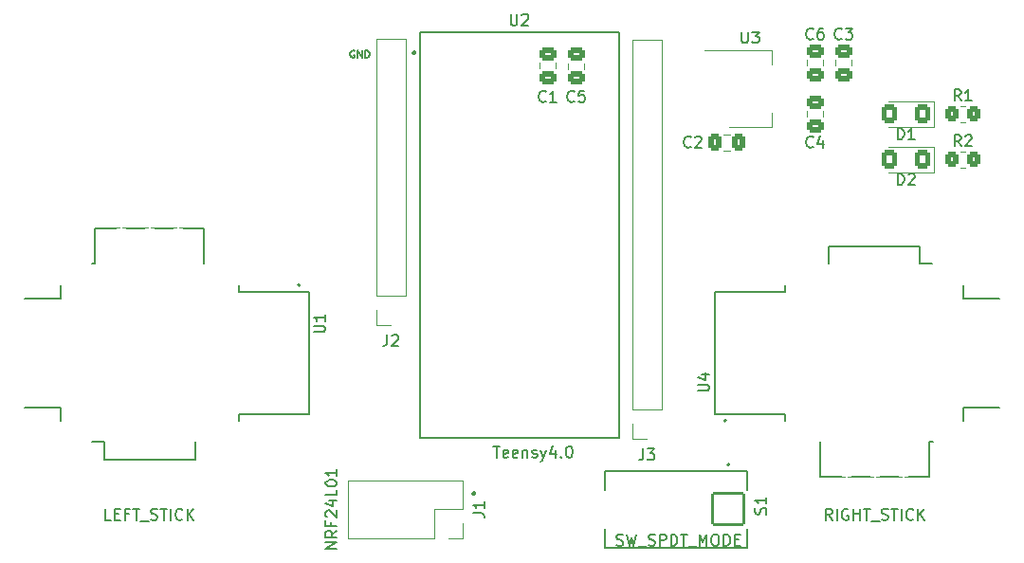
<source format=gbr>
%TF.GenerationSoftware,KiCad,Pcbnew,(6.0.2)*%
%TF.CreationDate,2024-05-20T16:03:30-05:00*%
%TF.ProjectId,Motorized-Commutator-Tx-PCB,4d6f746f-7269-47a6-9564-2d436f6d6d75,rev?*%
%TF.SameCoordinates,Original*%
%TF.FileFunction,Legend,Top*%
%TF.FilePolarity,Positive*%
%FSLAX46Y46*%
G04 Gerber Fmt 4.6, Leading zero omitted, Abs format (unit mm)*
G04 Created by KiCad (PCBNEW (6.0.2)) date 2024-05-20 16:03:30*
%MOMM*%
%LPD*%
G01*
G04 APERTURE LIST*
G04 Aperture macros list*
%AMRoundRect*
0 Rectangle with rounded corners*
0 $1 Rounding radius*
0 $2 $3 $4 $5 $6 $7 $8 $9 X,Y pos of 4 corners*
0 Add a 4 corners polygon primitive as box body*
4,1,4,$2,$3,$4,$5,$6,$7,$8,$9,$2,$3,0*
0 Add four circle primitives for the rounded corners*
1,1,$1+$1,$2,$3*
1,1,$1+$1,$4,$5*
1,1,$1+$1,$6,$7*
1,1,$1+$1,$8,$9*
0 Add four rect primitives between the rounded corners*
20,1,$1+$1,$2,$3,$4,$5,0*
20,1,$1+$1,$4,$5,$6,$7,0*
20,1,$1+$1,$6,$7,$8,$9,0*
20,1,$1+$1,$8,$9,$2,$3,0*%
G04 Aperture macros list end*
%ADD10C,0.375000*%
%ADD11C,0.150000*%
%ADD12C,0.120000*%
%ADD13C,0.127000*%
%ADD14C,0.200000*%
%ADD15R,1.700000X1.700000*%
%ADD16O,1.700000X1.700000*%
%ADD17C,1.982000*%
%ADD18C,2.490000*%
%ADD19RoundRect,0.102000X-1.387500X1.387500X-1.387500X-1.387500X1.387500X-1.387500X1.387500X1.387500X0*%
%ADD20C,2.979000*%
%ADD21RoundRect,0.250001X0.462499X0.624999X-0.462499X0.624999X-0.462499X-0.624999X0.462499X-0.624999X0*%
%ADD22R,2.000000X1.500000*%
%ADD23R,2.000000X3.800000*%
%ADD24RoundRect,0.250000X-0.337500X-0.475000X0.337500X-0.475000X0.337500X0.475000X-0.337500X0.475000X0*%
%ADD25RoundRect,0.250000X0.475000X-0.337500X0.475000X0.337500X-0.475000X0.337500X-0.475000X-0.337500X0*%
%ADD26RoundRect,0.250000X-0.475000X0.337500X-0.475000X-0.337500X0.475000X-0.337500X0.475000X0.337500X0*%
%ADD27C,1.530000*%
%ADD28RoundRect,0.250000X-0.350000X-0.450000X0.350000X-0.450000X0.350000X0.450000X-0.350000X0.450000X0*%
G04 APERTURE END LIST*
D10*
X122936000Y-144553714D02*
X123007428Y-144625142D01*
X122936000Y-144696571D01*
X122864571Y-144625142D01*
X122936000Y-144553714D01*
X122936000Y-144696571D01*
X117602000Y-105183714D02*
X117673428Y-105255142D01*
X117602000Y-105326571D01*
X117530571Y-105255142D01*
X117602000Y-105183714D01*
X117602000Y-105326571D01*
D11*
%TO.C,J3*%
X138071666Y-140642380D02*
X138071666Y-141356666D01*
X138024047Y-141499523D01*
X137928809Y-141594761D01*
X137785952Y-141642380D01*
X137690714Y-141642380D01*
X138452619Y-140642380D02*
X139071666Y-140642380D01*
X138738333Y-141023333D01*
X138881190Y-141023333D01*
X138976428Y-141070952D01*
X139024047Y-141118571D01*
X139071666Y-141213809D01*
X139071666Y-141451904D01*
X139024047Y-141547142D01*
X138976428Y-141594761D01*
X138881190Y-141642380D01*
X138595476Y-141642380D01*
X138500238Y-141594761D01*
X138452619Y-141547142D01*
%TO.C,U1*%
X108667380Y-130216904D02*
X109476904Y-130216904D01*
X109572142Y-130169285D01*
X109619761Y-130121666D01*
X109667380Y-130026428D01*
X109667380Y-129835952D01*
X109619761Y-129740714D01*
X109572142Y-129693095D01*
X109476904Y-129645476D01*
X108667380Y-129645476D01*
X109667380Y-128645476D02*
X109667380Y-129216904D01*
X109667380Y-128931190D02*
X108667380Y-128931190D01*
X108810238Y-129026428D01*
X108905476Y-129121666D01*
X108953095Y-129216904D01*
X90551428Y-147010380D02*
X90075238Y-147010380D01*
X90075238Y-146010380D01*
X90884761Y-146486571D02*
X91218095Y-146486571D01*
X91360952Y-147010380D02*
X90884761Y-147010380D01*
X90884761Y-146010380D01*
X91360952Y-146010380D01*
X92122857Y-146486571D02*
X91789523Y-146486571D01*
X91789523Y-147010380D02*
X91789523Y-146010380D01*
X92265714Y-146010380D01*
X92503809Y-146010380D02*
X93075238Y-146010380D01*
X92789523Y-147010380D02*
X92789523Y-146010380D01*
X93170476Y-147105619D02*
X93932380Y-147105619D01*
X94122857Y-146962761D02*
X94265714Y-147010380D01*
X94503809Y-147010380D01*
X94599047Y-146962761D01*
X94646666Y-146915142D01*
X94694285Y-146819904D01*
X94694285Y-146724666D01*
X94646666Y-146629428D01*
X94599047Y-146581809D01*
X94503809Y-146534190D01*
X94313333Y-146486571D01*
X94218095Y-146438952D01*
X94170476Y-146391333D01*
X94122857Y-146296095D01*
X94122857Y-146200857D01*
X94170476Y-146105619D01*
X94218095Y-146058000D01*
X94313333Y-146010380D01*
X94551428Y-146010380D01*
X94694285Y-146058000D01*
X94980000Y-146010380D02*
X95551428Y-146010380D01*
X95265714Y-147010380D02*
X95265714Y-146010380D01*
X95884761Y-147010380D02*
X95884761Y-146010380D01*
X96932380Y-146915142D02*
X96884761Y-146962761D01*
X96741904Y-147010380D01*
X96646666Y-147010380D01*
X96503809Y-146962761D01*
X96408571Y-146867523D01*
X96360952Y-146772285D01*
X96313333Y-146581809D01*
X96313333Y-146438952D01*
X96360952Y-146248476D01*
X96408571Y-146153238D01*
X96503809Y-146058000D01*
X96646666Y-146010380D01*
X96741904Y-146010380D01*
X96884761Y-146058000D01*
X96932380Y-146105619D01*
X97360952Y-147010380D02*
X97360952Y-146010380D01*
X97932380Y-147010380D02*
X97503809Y-146438952D01*
X97932380Y-146010380D02*
X97360952Y-146581809D01*
%TO.C,S1*%
X149009761Y-146486904D02*
X149057380Y-146344047D01*
X149057380Y-146105952D01*
X149009761Y-146010714D01*
X148962142Y-145963095D01*
X148866904Y-145915476D01*
X148771666Y-145915476D01*
X148676428Y-145963095D01*
X148628809Y-146010714D01*
X148581190Y-146105952D01*
X148533571Y-146296428D01*
X148485952Y-146391666D01*
X148438333Y-146439285D01*
X148343095Y-146486904D01*
X148247857Y-146486904D01*
X148152619Y-146439285D01*
X148105000Y-146391666D01*
X148057380Y-146296428D01*
X148057380Y-146058333D01*
X148105000Y-145915476D01*
X149057380Y-144963095D02*
X149057380Y-145534523D01*
X149057380Y-145248809D02*
X148057380Y-145248809D01*
X148200238Y-145344047D01*
X148295476Y-145439285D01*
X148343095Y-145534523D01*
X135700190Y-149248761D02*
X135843047Y-149296380D01*
X136081142Y-149296380D01*
X136176380Y-149248761D01*
X136224000Y-149201142D01*
X136271619Y-149105904D01*
X136271619Y-149010666D01*
X136224000Y-148915428D01*
X136176380Y-148867809D01*
X136081142Y-148820190D01*
X135890666Y-148772571D01*
X135795428Y-148724952D01*
X135747809Y-148677333D01*
X135700190Y-148582095D01*
X135700190Y-148486857D01*
X135747809Y-148391619D01*
X135795428Y-148344000D01*
X135890666Y-148296380D01*
X136128761Y-148296380D01*
X136271619Y-148344000D01*
X136604952Y-148296380D02*
X136843047Y-149296380D01*
X137033523Y-148582095D01*
X137224000Y-149296380D01*
X137462095Y-148296380D01*
X137604952Y-149391619D02*
X138366857Y-149391619D01*
X138557333Y-149248761D02*
X138700190Y-149296380D01*
X138938285Y-149296380D01*
X139033523Y-149248761D01*
X139081142Y-149201142D01*
X139128761Y-149105904D01*
X139128761Y-149010666D01*
X139081142Y-148915428D01*
X139033523Y-148867809D01*
X138938285Y-148820190D01*
X138747809Y-148772571D01*
X138652571Y-148724952D01*
X138604952Y-148677333D01*
X138557333Y-148582095D01*
X138557333Y-148486857D01*
X138604952Y-148391619D01*
X138652571Y-148344000D01*
X138747809Y-148296380D01*
X138985904Y-148296380D01*
X139128761Y-148344000D01*
X139557333Y-149296380D02*
X139557333Y-148296380D01*
X139938285Y-148296380D01*
X140033523Y-148344000D01*
X140081142Y-148391619D01*
X140128761Y-148486857D01*
X140128761Y-148629714D01*
X140081142Y-148724952D01*
X140033523Y-148772571D01*
X139938285Y-148820190D01*
X139557333Y-148820190D01*
X140557333Y-149296380D02*
X140557333Y-148296380D01*
X140795428Y-148296380D01*
X140938285Y-148344000D01*
X141033523Y-148439238D01*
X141081142Y-148534476D01*
X141128761Y-148724952D01*
X141128761Y-148867809D01*
X141081142Y-149058285D01*
X141033523Y-149153523D01*
X140938285Y-149248761D01*
X140795428Y-149296380D01*
X140557333Y-149296380D01*
X141414476Y-148296380D02*
X141985904Y-148296380D01*
X141700190Y-149296380D02*
X141700190Y-148296380D01*
X142081142Y-149391619D02*
X142843047Y-149391619D01*
X143081142Y-149296380D02*
X143081142Y-148296380D01*
X143414476Y-149010666D01*
X143747809Y-148296380D01*
X143747809Y-149296380D01*
X144414476Y-148296380D02*
X144604952Y-148296380D01*
X144700190Y-148344000D01*
X144795428Y-148439238D01*
X144843047Y-148629714D01*
X144843047Y-148963047D01*
X144795428Y-149153523D01*
X144700190Y-149248761D01*
X144604952Y-149296380D01*
X144414476Y-149296380D01*
X144319238Y-149248761D01*
X144224000Y-149153523D01*
X144176380Y-148963047D01*
X144176380Y-148629714D01*
X144224000Y-148439238D01*
X144319238Y-148344000D01*
X144414476Y-148296380D01*
X145271619Y-149296380D02*
X145271619Y-148296380D01*
X145509714Y-148296380D01*
X145652571Y-148344000D01*
X145747809Y-148439238D01*
X145795428Y-148534476D01*
X145843047Y-148724952D01*
X145843047Y-148867809D01*
X145795428Y-149058285D01*
X145747809Y-149153523D01*
X145652571Y-149248761D01*
X145509714Y-149296380D01*
X145271619Y-149296380D01*
X146271619Y-148772571D02*
X146604952Y-148772571D01*
X146747809Y-149296380D02*
X146271619Y-149296380D01*
X146271619Y-148296380D01*
X146747809Y-148296380D01*
%TO.C,D1*%
X160805904Y-113016380D02*
X160805904Y-112016380D01*
X161044000Y-112016380D01*
X161186857Y-112064000D01*
X161282095Y-112159238D01*
X161329714Y-112254476D01*
X161377333Y-112444952D01*
X161377333Y-112587809D01*
X161329714Y-112778285D01*
X161282095Y-112873523D01*
X161186857Y-112968761D01*
X161044000Y-113016380D01*
X160805904Y-113016380D01*
X162329714Y-113016380D02*
X161758285Y-113016380D01*
X162044000Y-113016380D02*
X162044000Y-112016380D01*
X161948761Y-112159238D01*
X161853523Y-112254476D01*
X161758285Y-112302095D01*
%TO.C,U3*%
X146848095Y-103402380D02*
X146848095Y-104211904D01*
X146895714Y-104307142D01*
X146943333Y-104354761D01*
X147038571Y-104402380D01*
X147229047Y-104402380D01*
X147324285Y-104354761D01*
X147371904Y-104307142D01*
X147419523Y-104211904D01*
X147419523Y-103402380D01*
X147800476Y-103402380D02*
X148419523Y-103402380D01*
X148086190Y-103783333D01*
X148229047Y-103783333D01*
X148324285Y-103830952D01*
X148371904Y-103878571D01*
X148419523Y-103973809D01*
X148419523Y-104211904D01*
X148371904Y-104307142D01*
X148324285Y-104354761D01*
X148229047Y-104402380D01*
X147943333Y-104402380D01*
X147848095Y-104354761D01*
X147800476Y-104307142D01*
%TO.C,C2*%
X142327333Y-113641142D02*
X142279714Y-113688761D01*
X142136857Y-113736380D01*
X142041619Y-113736380D01*
X141898761Y-113688761D01*
X141803523Y-113593523D01*
X141755904Y-113498285D01*
X141708285Y-113307809D01*
X141708285Y-113164952D01*
X141755904Y-112974476D01*
X141803523Y-112879238D01*
X141898761Y-112784000D01*
X142041619Y-112736380D01*
X142136857Y-112736380D01*
X142279714Y-112784000D01*
X142327333Y-112831619D01*
X142708285Y-112831619D02*
X142755904Y-112784000D01*
X142851142Y-112736380D01*
X143089238Y-112736380D01*
X143184476Y-112784000D01*
X143232095Y-112831619D01*
X143279714Y-112926857D01*
X143279714Y-113022095D01*
X143232095Y-113164952D01*
X142660666Y-113736380D01*
X143279714Y-113736380D01*
%TO.C,J1*%
X122872380Y-146383333D02*
X123586666Y-146383333D01*
X123729523Y-146430952D01*
X123824761Y-146526190D01*
X123872380Y-146669047D01*
X123872380Y-146764285D01*
X123872380Y-145383333D02*
X123872380Y-145954761D01*
X123872380Y-145669047D02*
X122872380Y-145669047D01*
X123015238Y-145764285D01*
X123110476Y-145859523D01*
X123158095Y-145954761D01*
X110712380Y-149573809D02*
X109712380Y-149573809D01*
X110712380Y-149002380D01*
X109712380Y-149002380D01*
X110712380Y-147954761D02*
X110236190Y-148288095D01*
X110712380Y-148526190D02*
X109712380Y-148526190D01*
X109712380Y-148145238D01*
X109760000Y-148050000D01*
X109807619Y-148002380D01*
X109902857Y-147954761D01*
X110045714Y-147954761D01*
X110140952Y-148002380D01*
X110188571Y-148050000D01*
X110236190Y-148145238D01*
X110236190Y-148526190D01*
X110188571Y-147192857D02*
X110188571Y-147526190D01*
X110712380Y-147526190D02*
X109712380Y-147526190D01*
X109712380Y-147050000D01*
X109807619Y-146716666D02*
X109760000Y-146669047D01*
X109712380Y-146573809D01*
X109712380Y-146335714D01*
X109760000Y-146240476D01*
X109807619Y-146192857D01*
X109902857Y-146145238D01*
X109998095Y-146145238D01*
X110140952Y-146192857D01*
X110712380Y-146764285D01*
X110712380Y-146145238D01*
X110045714Y-145288095D02*
X110712380Y-145288095D01*
X109664761Y-145526190D02*
X110379047Y-145764285D01*
X110379047Y-145145238D01*
X110712380Y-144288095D02*
X110712380Y-144764285D01*
X109712380Y-144764285D01*
X109712380Y-143764285D02*
X109712380Y-143669047D01*
X109760000Y-143573809D01*
X109807619Y-143526190D01*
X109902857Y-143478571D01*
X110093333Y-143430952D01*
X110331428Y-143430952D01*
X110521904Y-143478571D01*
X110617142Y-143526190D01*
X110664761Y-143573809D01*
X110712380Y-143669047D01*
X110712380Y-143764285D01*
X110664761Y-143859523D01*
X110617142Y-143907142D01*
X110521904Y-143954761D01*
X110331428Y-144002380D01*
X110093333Y-144002380D01*
X109902857Y-143954761D01*
X109807619Y-143907142D01*
X109760000Y-143859523D01*
X109712380Y-143764285D01*
X110712380Y-142478571D02*
X110712380Y-143050000D01*
X110712380Y-142764285D02*
X109712380Y-142764285D01*
X109855238Y-142859523D01*
X109950476Y-142954761D01*
X109998095Y-143050000D01*
%TO.C,C6*%
X153249333Y-103989142D02*
X153201714Y-104036761D01*
X153058857Y-104084380D01*
X152963619Y-104084380D01*
X152820761Y-104036761D01*
X152725523Y-103941523D01*
X152677904Y-103846285D01*
X152630285Y-103655809D01*
X152630285Y-103512952D01*
X152677904Y-103322476D01*
X152725523Y-103227238D01*
X152820761Y-103132000D01*
X152963619Y-103084380D01*
X153058857Y-103084380D01*
X153201714Y-103132000D01*
X153249333Y-103179619D01*
X154106476Y-103084380D02*
X153916000Y-103084380D01*
X153820761Y-103132000D01*
X153773142Y-103179619D01*
X153677904Y-103322476D01*
X153630285Y-103512952D01*
X153630285Y-103893904D01*
X153677904Y-103989142D01*
X153725523Y-104036761D01*
X153820761Y-104084380D01*
X154011238Y-104084380D01*
X154106476Y-104036761D01*
X154154095Y-103989142D01*
X154201714Y-103893904D01*
X154201714Y-103655809D01*
X154154095Y-103560571D01*
X154106476Y-103512952D01*
X154011238Y-103465333D01*
X153820761Y-103465333D01*
X153725523Y-103512952D01*
X153677904Y-103560571D01*
X153630285Y-103655809D01*
%TO.C,C4*%
X153249333Y-113641142D02*
X153201714Y-113688761D01*
X153058857Y-113736380D01*
X152963619Y-113736380D01*
X152820761Y-113688761D01*
X152725523Y-113593523D01*
X152677904Y-113498285D01*
X152630285Y-113307809D01*
X152630285Y-113164952D01*
X152677904Y-112974476D01*
X152725523Y-112879238D01*
X152820761Y-112784000D01*
X152963619Y-112736380D01*
X153058857Y-112736380D01*
X153201714Y-112784000D01*
X153249333Y-112831619D01*
X154106476Y-113069714D02*
X154106476Y-113736380D01*
X153868380Y-112688761D02*
X153630285Y-113403047D01*
X154249333Y-113403047D01*
%TO.C,D2*%
X160805904Y-117080380D02*
X160805904Y-116080380D01*
X161044000Y-116080380D01*
X161186857Y-116128000D01*
X161282095Y-116223238D01*
X161329714Y-116318476D01*
X161377333Y-116508952D01*
X161377333Y-116651809D01*
X161329714Y-116842285D01*
X161282095Y-116937523D01*
X161186857Y-117032761D01*
X161044000Y-117080380D01*
X160805904Y-117080380D01*
X161758285Y-116175619D02*
X161805904Y-116128000D01*
X161901142Y-116080380D01*
X162139238Y-116080380D01*
X162234476Y-116128000D01*
X162282095Y-116175619D01*
X162329714Y-116270857D01*
X162329714Y-116366095D01*
X162282095Y-116508952D01*
X161710666Y-117080380D01*
X162329714Y-117080380D01*
%TO.C,C1*%
X129373333Y-109577142D02*
X129325714Y-109624761D01*
X129182857Y-109672380D01*
X129087619Y-109672380D01*
X128944761Y-109624761D01*
X128849523Y-109529523D01*
X128801904Y-109434285D01*
X128754285Y-109243809D01*
X128754285Y-109100952D01*
X128801904Y-108910476D01*
X128849523Y-108815238D01*
X128944761Y-108720000D01*
X129087619Y-108672380D01*
X129182857Y-108672380D01*
X129325714Y-108720000D01*
X129373333Y-108767619D01*
X130325714Y-109672380D02*
X129754285Y-109672380D01*
X130040000Y-109672380D02*
X130040000Y-108672380D01*
X129944761Y-108815238D01*
X129849523Y-108910476D01*
X129754285Y-108958095D01*
%TO.C,J2*%
X115211666Y-130462380D02*
X115211666Y-131176666D01*
X115164047Y-131319523D01*
X115068809Y-131414761D01*
X114925952Y-131462380D01*
X114830714Y-131462380D01*
X115640238Y-130557619D02*
X115687857Y-130510000D01*
X115783095Y-130462380D01*
X116021190Y-130462380D01*
X116116428Y-130510000D01*
X116164047Y-130557619D01*
X116211666Y-130652857D01*
X116211666Y-130748095D01*
X116164047Y-130890952D01*
X115592619Y-131462380D01*
X116211666Y-131462380D01*
%TO.C,U2*%
X126238095Y-101814380D02*
X126238095Y-102623904D01*
X126285714Y-102719142D01*
X126333333Y-102766761D01*
X126428571Y-102814380D01*
X126619047Y-102814380D01*
X126714285Y-102766761D01*
X126761904Y-102719142D01*
X126809523Y-102623904D01*
X126809523Y-101814380D01*
X127238095Y-101909619D02*
X127285714Y-101862000D01*
X127380952Y-101814380D01*
X127619047Y-101814380D01*
X127714285Y-101862000D01*
X127761904Y-101909619D01*
X127809523Y-102004857D01*
X127809523Y-102100095D01*
X127761904Y-102242952D01*
X127190476Y-102814380D01*
X127809523Y-102814380D01*
X124698571Y-140422380D02*
X125270000Y-140422380D01*
X124984285Y-141422380D02*
X124984285Y-140422380D01*
X125984285Y-141374761D02*
X125889047Y-141422380D01*
X125698571Y-141422380D01*
X125603333Y-141374761D01*
X125555714Y-141279523D01*
X125555714Y-140898571D01*
X125603333Y-140803333D01*
X125698571Y-140755714D01*
X125889047Y-140755714D01*
X125984285Y-140803333D01*
X126031904Y-140898571D01*
X126031904Y-140993809D01*
X125555714Y-141089047D01*
X126841428Y-141374761D02*
X126746190Y-141422380D01*
X126555714Y-141422380D01*
X126460476Y-141374761D01*
X126412857Y-141279523D01*
X126412857Y-140898571D01*
X126460476Y-140803333D01*
X126555714Y-140755714D01*
X126746190Y-140755714D01*
X126841428Y-140803333D01*
X126889047Y-140898571D01*
X126889047Y-140993809D01*
X126412857Y-141089047D01*
X127317619Y-140755714D02*
X127317619Y-141422380D01*
X127317619Y-140850952D02*
X127365238Y-140803333D01*
X127460476Y-140755714D01*
X127603333Y-140755714D01*
X127698571Y-140803333D01*
X127746190Y-140898571D01*
X127746190Y-141422380D01*
X128174761Y-141374761D02*
X128270000Y-141422380D01*
X128460476Y-141422380D01*
X128555714Y-141374761D01*
X128603333Y-141279523D01*
X128603333Y-141231904D01*
X128555714Y-141136666D01*
X128460476Y-141089047D01*
X128317619Y-141089047D01*
X128222380Y-141041428D01*
X128174761Y-140946190D01*
X128174761Y-140898571D01*
X128222380Y-140803333D01*
X128317619Y-140755714D01*
X128460476Y-140755714D01*
X128555714Y-140803333D01*
X128936666Y-140755714D02*
X129174761Y-141422380D01*
X129412857Y-140755714D02*
X129174761Y-141422380D01*
X129079523Y-141660476D01*
X129031904Y-141708095D01*
X128936666Y-141755714D01*
X130222380Y-140755714D02*
X130222380Y-141422380D01*
X129984285Y-140374761D02*
X129746190Y-141089047D01*
X130365238Y-141089047D01*
X130746190Y-141327142D02*
X130793809Y-141374761D01*
X130746190Y-141422380D01*
X130698571Y-141374761D01*
X130746190Y-141327142D01*
X130746190Y-141422380D01*
X131412857Y-140422380D02*
X131508095Y-140422380D01*
X131603333Y-140470000D01*
X131650952Y-140517619D01*
X131698571Y-140612857D01*
X131746190Y-140803333D01*
X131746190Y-141041428D01*
X131698571Y-141231904D01*
X131650952Y-141327142D01*
X131603333Y-141374761D01*
X131508095Y-141422380D01*
X131412857Y-141422380D01*
X131317619Y-141374761D01*
X131270000Y-141327142D01*
X131222380Y-141231904D01*
X131174761Y-141041428D01*
X131174761Y-140803333D01*
X131222380Y-140612857D01*
X131270000Y-140517619D01*
X131317619Y-140470000D01*
X131412857Y-140422380D01*
X112288380Y-105090000D02*
X112227428Y-105059523D01*
X112136000Y-105059523D01*
X112044571Y-105090000D01*
X111983619Y-105150952D01*
X111953142Y-105211904D01*
X111922666Y-105333809D01*
X111922666Y-105425238D01*
X111953142Y-105547142D01*
X111983619Y-105608095D01*
X112044571Y-105669047D01*
X112136000Y-105699523D01*
X112196952Y-105699523D01*
X112288380Y-105669047D01*
X112318857Y-105638571D01*
X112318857Y-105425238D01*
X112196952Y-105425238D01*
X112593142Y-105699523D02*
X112593142Y-105059523D01*
X112958857Y-105699523D01*
X112958857Y-105059523D01*
X113263619Y-105699523D02*
X113263619Y-105059523D01*
X113416000Y-105059523D01*
X113507428Y-105090000D01*
X113568380Y-105150952D01*
X113598857Y-105211904D01*
X113629333Y-105333809D01*
X113629333Y-105425238D01*
X113598857Y-105547142D01*
X113568380Y-105608095D01*
X113507428Y-105669047D01*
X113416000Y-105699523D01*
X113263619Y-105699523D01*
%TO.C,C3*%
X155789333Y-103989142D02*
X155741714Y-104036761D01*
X155598857Y-104084380D01*
X155503619Y-104084380D01*
X155360761Y-104036761D01*
X155265523Y-103941523D01*
X155217904Y-103846285D01*
X155170285Y-103655809D01*
X155170285Y-103512952D01*
X155217904Y-103322476D01*
X155265523Y-103227238D01*
X155360761Y-103132000D01*
X155503619Y-103084380D01*
X155598857Y-103084380D01*
X155741714Y-103132000D01*
X155789333Y-103179619D01*
X156122666Y-103084380D02*
X156741714Y-103084380D01*
X156408380Y-103465333D01*
X156551238Y-103465333D01*
X156646476Y-103512952D01*
X156694095Y-103560571D01*
X156741714Y-103655809D01*
X156741714Y-103893904D01*
X156694095Y-103989142D01*
X156646476Y-104036761D01*
X156551238Y-104084380D01*
X156265523Y-104084380D01*
X156170285Y-104036761D01*
X156122666Y-103989142D01*
%TO.C,U4*%
X142967380Y-135466904D02*
X143776904Y-135466904D01*
X143872142Y-135419285D01*
X143919761Y-135371666D01*
X143967380Y-135276428D01*
X143967380Y-135085952D01*
X143919761Y-134990714D01*
X143872142Y-134943095D01*
X143776904Y-134895476D01*
X142967380Y-134895476D01*
X143300714Y-133990714D02*
X143967380Y-133990714D01*
X142919761Y-134228809D02*
X143634047Y-134466904D01*
X143634047Y-133847857D01*
X154940476Y-147010380D02*
X154607142Y-146534190D01*
X154369047Y-147010380D02*
X154369047Y-146010380D01*
X154750000Y-146010380D01*
X154845238Y-146058000D01*
X154892857Y-146105619D01*
X154940476Y-146200857D01*
X154940476Y-146343714D01*
X154892857Y-146438952D01*
X154845238Y-146486571D01*
X154750000Y-146534190D01*
X154369047Y-146534190D01*
X155369047Y-147010380D02*
X155369047Y-146010380D01*
X156369047Y-146058000D02*
X156273809Y-146010380D01*
X156130952Y-146010380D01*
X155988095Y-146058000D01*
X155892857Y-146153238D01*
X155845238Y-146248476D01*
X155797619Y-146438952D01*
X155797619Y-146581809D01*
X155845238Y-146772285D01*
X155892857Y-146867523D01*
X155988095Y-146962761D01*
X156130952Y-147010380D01*
X156226190Y-147010380D01*
X156369047Y-146962761D01*
X156416666Y-146915142D01*
X156416666Y-146581809D01*
X156226190Y-146581809D01*
X156845238Y-147010380D02*
X156845238Y-146010380D01*
X156845238Y-146486571D02*
X157416666Y-146486571D01*
X157416666Y-147010380D02*
X157416666Y-146010380D01*
X157750000Y-146010380D02*
X158321428Y-146010380D01*
X158035714Y-147010380D02*
X158035714Y-146010380D01*
X158416666Y-147105619D02*
X159178571Y-147105619D01*
X159369047Y-146962761D02*
X159511904Y-147010380D01*
X159750000Y-147010380D01*
X159845238Y-146962761D01*
X159892857Y-146915142D01*
X159940476Y-146819904D01*
X159940476Y-146724666D01*
X159892857Y-146629428D01*
X159845238Y-146581809D01*
X159750000Y-146534190D01*
X159559523Y-146486571D01*
X159464285Y-146438952D01*
X159416666Y-146391333D01*
X159369047Y-146296095D01*
X159369047Y-146200857D01*
X159416666Y-146105619D01*
X159464285Y-146058000D01*
X159559523Y-146010380D01*
X159797619Y-146010380D01*
X159940476Y-146058000D01*
X160226190Y-146010380D02*
X160797619Y-146010380D01*
X160511904Y-147010380D02*
X160511904Y-146010380D01*
X161130952Y-147010380D02*
X161130952Y-146010380D01*
X162178571Y-146915142D02*
X162130952Y-146962761D01*
X161988095Y-147010380D01*
X161892857Y-147010380D01*
X161750000Y-146962761D01*
X161654761Y-146867523D01*
X161607142Y-146772285D01*
X161559523Y-146581809D01*
X161559523Y-146438952D01*
X161607142Y-146248476D01*
X161654761Y-146153238D01*
X161750000Y-146058000D01*
X161892857Y-146010380D01*
X161988095Y-146010380D01*
X162130952Y-146058000D01*
X162178571Y-146105619D01*
X162607142Y-147010380D02*
X162607142Y-146010380D01*
X163178571Y-147010380D02*
X162750000Y-146438952D01*
X163178571Y-146010380D02*
X162607142Y-146581809D01*
%TO.C,R2*%
X166457333Y-113610380D02*
X166124000Y-113134190D01*
X165885904Y-113610380D02*
X165885904Y-112610380D01*
X166266857Y-112610380D01*
X166362095Y-112658000D01*
X166409714Y-112705619D01*
X166457333Y-112800857D01*
X166457333Y-112943714D01*
X166409714Y-113038952D01*
X166362095Y-113086571D01*
X166266857Y-113134190D01*
X165885904Y-113134190D01*
X166838285Y-112705619D02*
X166885904Y-112658000D01*
X166981142Y-112610380D01*
X167219238Y-112610380D01*
X167314476Y-112658000D01*
X167362095Y-112705619D01*
X167409714Y-112800857D01*
X167409714Y-112896095D01*
X167362095Y-113038952D01*
X166790666Y-113610380D01*
X167409714Y-113610380D01*
%TO.C,R1*%
X166457333Y-109546380D02*
X166124000Y-109070190D01*
X165885904Y-109546380D02*
X165885904Y-108546380D01*
X166266857Y-108546380D01*
X166362095Y-108594000D01*
X166409714Y-108641619D01*
X166457333Y-108736857D01*
X166457333Y-108879714D01*
X166409714Y-108974952D01*
X166362095Y-109022571D01*
X166266857Y-109070190D01*
X165885904Y-109070190D01*
X167409714Y-109546380D02*
X166838285Y-109546380D01*
X167124000Y-109546380D02*
X167124000Y-108546380D01*
X167028761Y-108689238D01*
X166933523Y-108784476D01*
X166838285Y-108832095D01*
%TO.C,C5*%
X131913333Y-109577142D02*
X131865714Y-109624761D01*
X131722857Y-109672380D01*
X131627619Y-109672380D01*
X131484761Y-109624761D01*
X131389523Y-109529523D01*
X131341904Y-109434285D01*
X131294285Y-109243809D01*
X131294285Y-109100952D01*
X131341904Y-108910476D01*
X131389523Y-108815238D01*
X131484761Y-108720000D01*
X131627619Y-108672380D01*
X131722857Y-108672380D01*
X131865714Y-108720000D01*
X131913333Y-108767619D01*
X132818095Y-108672380D02*
X132341904Y-108672380D01*
X132294285Y-109148571D01*
X132341904Y-109100952D01*
X132437142Y-109053333D01*
X132675238Y-109053333D01*
X132770476Y-109100952D01*
X132818095Y-109148571D01*
X132865714Y-109243809D01*
X132865714Y-109481904D01*
X132818095Y-109577142D01*
X132770476Y-109624761D01*
X132675238Y-109672380D01*
X132437142Y-109672380D01*
X132341904Y-109624761D01*
X132294285Y-109577142D01*
D12*
%TO.C,J3*%
X138405000Y-139750000D02*
X137075000Y-139750000D01*
X137075000Y-137150000D02*
X137075000Y-104070000D01*
X137075000Y-139750000D02*
X137075000Y-138420000D01*
X139735000Y-137150000D02*
X137075000Y-137150000D01*
X139735000Y-104070000D02*
X137075000Y-104070000D01*
X139735000Y-137150000D02*
X139735000Y-104070000D01*
D13*
%TO.C,U1*%
X89980000Y-141580000D02*
X89980000Y-140030000D01*
X101980000Y-137530000D02*
X101980000Y-138160000D01*
X86080000Y-136930000D02*
X82880000Y-136930000D01*
X86080000Y-127230000D02*
X86080000Y-126010000D01*
X101980000Y-126010000D02*
X101980000Y-126630000D01*
X89080000Y-120980000D02*
X98880000Y-120980000D01*
X98880000Y-120980000D02*
X98880000Y-124130000D01*
X98080000Y-141580000D02*
X89980000Y-141580000D01*
X89980000Y-140030000D02*
X88860000Y-140030000D01*
X108280000Y-137530000D02*
X101980000Y-137530000D01*
X82880000Y-127230000D02*
X86080000Y-127230000D01*
X86080000Y-138160000D02*
X86080000Y-136930000D01*
X101980000Y-126630000D02*
X108280000Y-126630000D01*
X108280000Y-126630000D02*
X108280000Y-137530000D01*
X98080000Y-140030000D02*
X98080000Y-141580000D01*
X89080000Y-124130000D02*
X89080000Y-120980000D01*
X88810000Y-124130000D02*
X89080000Y-124130000D01*
D14*
X107430000Y-126030000D02*
G75*
G03*
X107430000Y-126030000I-100000J0D01*
G01*
D13*
%TO.C,S1*%
X134620000Y-142620000D02*
X147320000Y-142620000D01*
X147320000Y-144340000D02*
X147320000Y-142620000D01*
X147320000Y-149480000D02*
X147320000Y-147760000D01*
X147320000Y-149480000D02*
X134620000Y-149480000D01*
X134620000Y-144340000D02*
X134620000Y-142620000D01*
X134620000Y-149480000D02*
X134620000Y-147760000D01*
D14*
X145770000Y-142050000D02*
G75*
G03*
X145770000Y-142050000I-100000J0D01*
G01*
D12*
%TO.C,D1*%
X164004000Y-109609000D02*
X159944000Y-109609000D01*
X159944000Y-111879000D02*
X164004000Y-111879000D01*
X164004000Y-111879000D02*
X164004000Y-109609000D01*
%TO.C,U3*%
X145760000Y-111860000D02*
X149520000Y-111860000D01*
X149520000Y-105040000D02*
X149520000Y-106300000D01*
X143510000Y-105040000D02*
X149520000Y-105040000D01*
X149520000Y-111860000D02*
X149520000Y-110600000D01*
%TO.C,C2*%
X145280748Y-112549000D02*
X145803252Y-112549000D01*
X145280748Y-114019000D02*
X145803252Y-114019000D01*
%TO.C,J1*%
X121980000Y-147320000D02*
X121980000Y-148650000D01*
X111700000Y-143450000D02*
X111700000Y-148650000D01*
X121980000Y-148650000D02*
X120650000Y-148650000D01*
X121980000Y-143450000D02*
X111700000Y-143450000D01*
X119380000Y-148650000D02*
X111700000Y-148650000D01*
X121980000Y-146050000D02*
X119380000Y-146050000D01*
X121980000Y-143450000D02*
X121980000Y-146050000D01*
X119380000Y-146050000D02*
X119380000Y-148650000D01*
%TO.C,C6*%
X154151000Y-106433252D02*
X154151000Y-105910748D01*
X152681000Y-106433252D02*
X152681000Y-105910748D01*
%TO.C,C4*%
X154151000Y-110482748D02*
X154151000Y-111005252D01*
X152681000Y-110482748D02*
X152681000Y-111005252D01*
%TO.C,D2*%
X159944000Y-115943000D02*
X164004000Y-115943000D01*
X164004000Y-113673000D02*
X159944000Y-113673000D01*
X164004000Y-115943000D02*
X164004000Y-113673000D01*
%TO.C,C1*%
X130275000Y-106164748D02*
X130275000Y-106687252D01*
X128805000Y-106164748D02*
X128805000Y-106687252D01*
%TO.C,J2*%
X116875000Y-104050000D02*
X114215000Y-104050000D01*
X115545000Y-129570000D02*
X114215000Y-129570000D01*
X114215000Y-129570000D02*
X114215000Y-128240000D01*
X116875000Y-126970000D02*
X116875000Y-104050000D01*
X116875000Y-126970000D02*
X114215000Y-126970000D01*
X114215000Y-126970000D02*
X114215000Y-104050000D01*
D13*
%TO.C,U2*%
X135890000Y-139700000D02*
X118110000Y-139700000D01*
X118110000Y-139700000D02*
X118110000Y-103440000D01*
X118110000Y-103440000D02*
X135890000Y-103440000D01*
X135890000Y-103440000D02*
X135890000Y-139700000D01*
D12*
%TO.C,C3*%
X156691000Y-106433252D02*
X156691000Y-105910748D01*
X155221000Y-106433252D02*
X155221000Y-105910748D01*
D13*
%TO.C,U4*%
X163650000Y-140030000D02*
X163650000Y-143180000D01*
X153850000Y-143180000D02*
X153850000Y-140030000D01*
X166650000Y-136930000D02*
X166650000Y-138150000D01*
X163650000Y-143180000D02*
X153850000Y-143180000D01*
X169850000Y-136930000D02*
X166650000Y-136930000D01*
X150750000Y-126630000D02*
X150750000Y-126000000D01*
X162750000Y-122580000D02*
X162750000Y-124130000D01*
X150750000Y-137530000D02*
X144450000Y-137530000D01*
X166650000Y-127230000D02*
X169850000Y-127230000D01*
X154650000Y-122580000D02*
X162750000Y-122580000D01*
X166650000Y-126000000D02*
X166650000Y-127230000D01*
X144450000Y-126630000D02*
X150750000Y-126630000D01*
X163920000Y-140030000D02*
X163650000Y-140030000D01*
X150750000Y-138150000D02*
X150750000Y-137530000D01*
X144450000Y-137530000D02*
X144450000Y-126630000D01*
X154650000Y-124130000D02*
X154650000Y-122580000D01*
X162750000Y-124130000D02*
X163870000Y-124130000D01*
D14*
X145500000Y-138130000D02*
G75*
G03*
X145500000Y-138130000I-100000J0D01*
G01*
D12*
%TO.C,R2*%
X166396936Y-115543000D02*
X166851064Y-115543000D01*
X166396936Y-114073000D02*
X166851064Y-114073000D01*
%TO.C,R1*%
X166396936Y-111479000D02*
X166851064Y-111479000D01*
X166396936Y-110009000D02*
X166851064Y-110009000D01*
%TO.C,C5*%
X132815000Y-106186248D02*
X132815000Y-106708752D01*
X131345000Y-106186248D02*
X131345000Y-106708752D01*
%TD*%
%LPC*%
D15*
%TO.C,J3*%
X138405000Y-138420000D03*
D16*
X138405000Y-135880000D03*
X138405000Y-133340000D03*
X138405000Y-130800000D03*
X138405000Y-128260000D03*
X138405000Y-125720000D03*
X138405000Y-123180000D03*
X138405000Y-120640000D03*
X138405000Y-118100000D03*
X138405000Y-115560000D03*
X138405000Y-113020000D03*
X138405000Y-110480000D03*
X138405000Y-107940000D03*
X138405000Y-105400000D03*
%TD*%
D17*
%TO.C,U1*%
X106680000Y-128905000D03*
X106680000Y-135255000D03*
X101600000Y-128905000D03*
X101600000Y-135255000D03*
X83820000Y-129540000D03*
X83820000Y-132080000D03*
X83820000Y-134620000D03*
D18*
X100647500Y-124460000D03*
X87312500Y-124460000D03*
X87312500Y-139700000D03*
X100647500Y-139700000D03*
D17*
X96520000Y-121920000D03*
X93980000Y-121920000D03*
X91440000Y-121920000D03*
%TD*%
D19*
%TO.C,S1*%
X145670000Y-146050000D03*
D20*
X140970000Y-146050000D03*
X136270000Y-146050000D03*
%TD*%
D21*
%TO.C,D1*%
X163031500Y-110744000D03*
X160056500Y-110744000D03*
%TD*%
D22*
%TO.C,U3*%
X144460000Y-106150000D03*
X144460000Y-108450000D03*
D23*
X150760000Y-108450000D03*
D22*
X144460000Y-110750000D03*
%TD*%
D24*
%TO.C,C2*%
X144504500Y-113284000D03*
X146579500Y-113284000D03*
%TD*%
D15*
%TO.C,J1*%
X120650000Y-147320000D03*
D16*
X120650000Y-144780000D03*
X118110000Y-147320000D03*
X118110000Y-144780000D03*
X115570000Y-147320000D03*
X115570000Y-144780000D03*
X113030000Y-147320000D03*
X113030000Y-144780000D03*
%TD*%
D25*
%TO.C,C6*%
X153416000Y-107209500D03*
X153416000Y-105134500D03*
%TD*%
D26*
%TO.C,C4*%
X153416000Y-109706500D03*
X153416000Y-111781500D03*
%TD*%
D21*
%TO.C,D2*%
X163031500Y-114808000D03*
X160056500Y-114808000D03*
%TD*%
D26*
%TO.C,C1*%
X129540000Y-105388500D03*
X129540000Y-107463500D03*
%TD*%
D15*
%TO.C,J2*%
X115545000Y-128240000D03*
D16*
X115545000Y-125700000D03*
X115545000Y-123160000D03*
X115545000Y-120620000D03*
X115545000Y-118080000D03*
X115545000Y-115540000D03*
X115545000Y-113000000D03*
X115545000Y-110460000D03*
X115545000Y-107920000D03*
X115545000Y-105380000D03*
%TD*%
D27*
%TO.C,U2*%
X119380000Y-107950000D03*
X119380000Y-110490000D03*
X119380000Y-113030000D03*
X119380000Y-115570000D03*
X124460000Y-138430000D03*
X134620000Y-110490000D03*
X119380000Y-118110000D03*
X119380000Y-120650000D03*
X119380000Y-123190000D03*
X119380000Y-125730000D03*
X119380000Y-128270000D03*
X119380000Y-130810000D03*
X119380000Y-133350000D03*
X119380000Y-135890000D03*
X119380000Y-138430000D03*
X134620000Y-138430000D03*
X134620000Y-135890000D03*
X134620000Y-133350000D03*
X134620000Y-130810000D03*
X134620000Y-128270000D03*
X134620000Y-125730000D03*
X134620000Y-123190000D03*
X134620000Y-120650000D03*
X134620000Y-118110000D03*
X134620000Y-115570000D03*
X134620000Y-113030000D03*
X119380000Y-105410000D03*
X127000000Y-138430000D03*
X134620000Y-107950000D03*
X132080000Y-138430000D03*
X129540000Y-138430000D03*
X121920000Y-138430000D03*
X134620000Y-105410000D03*
%TD*%
D25*
%TO.C,C3*%
X155956000Y-107209500D03*
X155956000Y-105134500D03*
%TD*%
D17*
%TO.C,U4*%
X146050000Y-135255000D03*
X146050000Y-128905000D03*
X151130000Y-135255000D03*
X151130000Y-128905000D03*
X168910000Y-134620000D03*
X168910000Y-132080000D03*
X168910000Y-129540000D03*
D18*
X152082500Y-139700000D03*
X165417500Y-139700000D03*
X165417500Y-124460000D03*
X152082500Y-124460000D03*
D17*
X156210000Y-142240000D03*
X158750000Y-142240000D03*
X161290000Y-142240000D03*
%TD*%
D28*
%TO.C,R2*%
X165624000Y-114808000D03*
X167624000Y-114808000D03*
%TD*%
%TO.C,R1*%
X165624000Y-110744000D03*
X167624000Y-110744000D03*
%TD*%
D26*
%TO.C,C5*%
X132080000Y-105410000D03*
X132080000Y-107485000D03*
%TD*%
M02*

</source>
